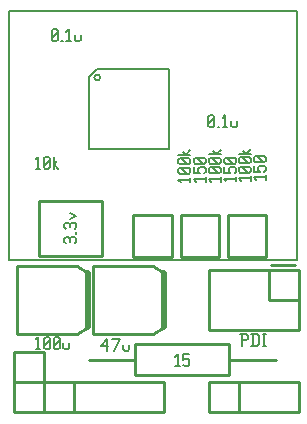
<source format=gbr>
G04 start of page 8 for group -4079 idx -4079 *
G04 Title: (unknown), topsilk *
G04 Creator: pcb 20110918 *
G04 CreationDate: Fri Sep 13 22:17:45 2013 UTC *
G04 For: mokus *
G04 Format: Gerber/RS-274X *
G04 PCB-Dimensions: 100000 140000 *
G04 PCB-Coordinate-Origin: lower left *
%MOIN*%
%FSLAX25Y25*%
%LNTOPSILK*%
%ADD65C,0.0050*%
%ADD64C,0.0200*%
%ADD63C,0.0080*%
%ADD62C,0.0100*%
G54D62*X90046Y52884D02*X97886D01*
X12759Y55616D02*X33459D01*
Y73916D02*Y55616D01*
X12759Y73916D02*X33459D01*
X12759D02*Y55616D01*
G54D63*X32035Y118148D02*X55893D01*
Y91390D01*
X29135D02*X55893D01*
X29135Y115248D02*Y91390D01*
Y115248D02*X32035Y118148D01*
X31035Y115248D02*G75*G03X31035Y115248I1000J0D01*G01*
G54D62*X72614Y69413D02*Y55513D01*
X59814Y69413D02*X72614D01*
X59814D02*Y55513D01*
X72614D01*
X56866Y69413D02*Y55513D01*
X44066Y69413D02*X56866D01*
X44066D02*Y55513D01*
X56866D01*
G54D63*X2459Y137416D02*X98459D01*
Y54416D01*
X2459D02*X98459D01*
X2459Y137416D02*Y54416D01*
G54D64*X29059Y50016D02*Y32216D01*
G54D62*Y50016D02*X25359Y52516D01*
X5259D02*X25359D01*
X5259D02*Y29716D01*
X25359D01*
X29059Y32216D01*
G54D64*X54259Y50016D02*Y32216D01*
G54D62*Y50016D02*X50559Y52516D01*
X30459D02*X50559D01*
X30459D02*Y29716D01*
X50559D01*
X54259Y32216D01*
X14159Y23616D02*Y3616D01*
X4159Y23616D02*X14159D01*
X4159D02*Y3616D01*
X14159D01*
X4159Y13616D02*X14159D01*
X4159D02*Y3616D01*
X14159D02*X54159D01*
Y13616D02*Y3616D01*
X14159Y13616D02*X54159D01*
X14159D02*Y3616D01*
X24159Y13616D02*Y3616D01*
X14159Y13616D02*X24159D01*
X88362Y69413D02*Y55513D01*
X75562Y69413D02*X88362D01*
X75562D02*Y55513D01*
X88362D01*
X69159Y3616D02*X99159D01*
Y13616D02*Y3616D01*
X69159Y13616D02*X99159D01*
X69159D02*Y3616D01*
X79159Y13616D02*Y3616D01*
X69159Y13616D02*X79159D01*
X29159Y21116D02*X44759D01*
X76059D02*X91659D01*
X44759Y26316D02*X76059D01*
Y15916D01*
X44759D02*X76059D01*
X44759Y26316D02*Y15916D01*
X69159Y51116D02*X99159D01*
X69159D02*Y31116D01*
X99159D01*
Y51116D02*Y31116D01*
X89159Y51116D02*Y41116D01*
X99159D01*
G54D65*X21568Y59976D02*X21068Y60476D01*
Y61476D02*Y60476D01*
Y61476D02*X21568Y61976D01*
X25068Y61476D02*X24568Y61976D01*
X25068Y61476D02*Y60476D01*
X24568Y59976D02*X25068Y60476D01*
X22868Y61476D02*Y60476D01*
X21568Y61976D02*X22368D01*
X23368D02*X24568D01*
X23368D02*X22868Y61476D01*
X22368Y61976D02*X22868Y61476D01*
X25068Y63676D02*Y63176D01*
X21568Y64876D02*X21068Y65376D01*
Y66376D02*Y65376D01*
Y66376D02*X21568Y66876D01*
X25068Y66376D02*X24568Y66876D01*
X25068Y66376D02*Y65376D01*
X24568Y64876D02*X25068Y65376D01*
X22868Y66376D02*Y65376D01*
X21568Y66876D02*X22368D01*
X23368D02*X24568D01*
X23368D02*X22868Y66376D01*
X22368Y66876D02*X22868Y66376D01*
X23068Y68076D02*X25068Y69076D01*
X23068Y70076D02*X25068Y69076D01*
X11616Y27933D02*X12416Y28733D01*
Y24733D01*
X11616D02*X13116D01*
X14316Y25233D02*X14816Y24733D01*
X14316Y28233D02*Y25233D01*
Y28233D02*X14816Y28733D01*
X15816D01*
X16316Y28233D01*
Y25233D01*
X15816Y24733D02*X16316Y25233D01*
X14816Y24733D02*X15816D01*
X14316Y25733D02*X16316Y27733D01*
X17516Y25233D02*X18016Y24733D01*
X17516Y28233D02*Y25233D01*
Y28233D02*X18016Y28733D01*
X19016D01*
X19516Y28233D01*
Y25233D01*
X19016Y24733D02*X19516Y25233D01*
X18016Y24733D02*X19016D01*
X17516Y25733D02*X19516Y27733D01*
X20716Y26733D02*Y25233D01*
X21216Y24733D01*
X22216D01*
X22716Y25233D01*
Y26733D02*Y25233D01*
X33269Y25639D02*X35269Y28139D01*
X33269Y25639D02*X35769D01*
X35269Y28139D02*Y24139D01*
X37469D02*X39469Y28139D01*
X36969D02*X39469D01*
X40669Y26139D02*Y24639D01*
X41169Y24139D01*
X42169D01*
X42669Y24639D01*
Y26139D02*Y24639D01*
X16883Y127829D02*X17383Y127329D01*
X16883Y130829D02*Y127829D01*
Y130829D02*X17383Y131329D01*
X18383D01*
X18883Y130829D01*
Y127829D01*
X18383Y127329D02*X18883Y127829D01*
X17383Y127329D02*X18383D01*
X16883Y128329D02*X18883Y130329D01*
X20083Y127329D02*X20583D01*
X21783Y130529D02*X22583Y131329D01*
Y127329D01*
X21783D02*X23283D01*
X24483Y129329D02*Y127829D01*
X24983Y127329D01*
X25983D01*
X26483Y127829D01*
Y129329D02*Y127829D01*
X58059Y22116D02*X58859Y22916D01*
Y18916D01*
X58059D02*X59559D01*
X60759Y22916D02*X62759D01*
X60759D02*Y20916D01*
X61259Y21416D01*
X62259D01*
X62759Y20916D01*
Y19416D01*
X62259Y18916D02*X62759Y19416D01*
X61259Y18916D02*X62259D01*
X60759Y19416D02*X61259Y18916D01*
X69026Y99207D02*X69526Y98707D01*
X69026Y102207D02*Y99207D01*
Y102207D02*X69526Y102707D01*
X70526D01*
X71026Y102207D01*
Y99207D01*
X70526Y98707D02*X71026Y99207D01*
X69526Y98707D02*X70526D01*
X69026Y99707D02*X71026Y101707D01*
X72226Y98707D02*X72726D01*
X73926Y101907D02*X74726Y102707D01*
Y98707D01*
X73926D02*X75426D01*
X76626Y100707D02*Y99207D01*
X77126Y98707D01*
X78126D01*
X78626Y99207D01*
Y100707D02*Y99207D01*
X11568Y88009D02*X12368Y88809D01*
Y84809D01*
X11568D02*X13068D01*
X14268Y85309D02*X14768Y84809D01*
X14268Y88309D02*Y85309D01*
Y88309D02*X14768Y88809D01*
X15768D01*
X16268Y88309D01*
Y85309D01*
X15768Y84809D02*X16268Y85309D01*
X14768Y84809D02*X15768D01*
X14268Y85809D02*X16268Y87809D01*
X17468Y88809D02*Y84809D01*
Y86309D02*X18968Y84809D01*
X17468Y86309D02*X18468Y87309D01*
X59850Y80397D02*X59050Y81197D01*
X63050D01*
Y81897D02*Y80397D01*
X62550Y83097D02*X63050Y83597D01*
X59550Y83097D02*X62550D01*
X59550D02*X59050Y83597D01*
Y84597D02*Y83597D01*
Y84597D02*X59550Y85097D01*
X62550D01*
X63050Y84597D02*X62550Y85097D01*
X63050Y84597D02*Y83597D01*
X62050Y83097D02*X60050Y85097D01*
X62550Y86297D02*X63050Y86797D01*
X59550Y86297D02*X62550D01*
X59550D02*X59050Y86797D01*
Y87797D02*Y86797D01*
Y87797D02*X59550Y88297D01*
X62550D01*
X63050Y87797D02*X62550Y88297D01*
X63050Y87797D02*Y86797D01*
X62050Y86297D02*X60050Y88297D01*
X59050Y89497D02*X63050D01*
X61550D02*X63050Y90997D01*
X61550Y89497D02*X60550Y90497D01*
X65004Y80550D02*X64204Y81350D01*
X68204D01*
Y82050D02*Y80550D01*
X64204Y85250D02*Y83250D01*
X66204D01*
X65704Y83750D01*
Y84750D02*Y83750D01*
Y84750D02*X66204Y85250D01*
X67704D01*
X68204Y84750D02*X67704Y85250D01*
X68204Y84750D02*Y83750D01*
X67704Y83250D02*X68204Y83750D01*
X67704Y86450D02*X68204Y86950D01*
X64704Y86450D02*X67704D01*
X64704D02*X64204Y86950D01*
Y87950D02*Y86950D01*
Y87950D02*X64704Y88450D01*
X67704D01*
X68204Y87950D02*X67704Y88450D01*
X68204Y87950D02*Y86950D01*
X67204Y86450D02*X65204Y88450D01*
X84924Y81132D02*X84124Y81932D01*
X88124D01*
Y82632D02*Y81132D01*
X84124Y85832D02*Y83832D01*
X86124D01*
X85624Y84332D01*
Y85332D02*Y84332D01*
Y85332D02*X86124Y85832D01*
X87624D01*
X88124Y85332D02*X87624Y85832D01*
X88124Y85332D02*Y84332D01*
X87624Y83832D02*X88124Y84332D01*
X87624Y87032D02*X88124Y87532D01*
X84624Y87032D02*X87624D01*
X84624D02*X84124Y87532D01*
Y88532D02*Y87532D01*
Y88532D02*X84624Y89032D01*
X87624D01*
X88124Y88532D02*X87624Y89032D01*
X88124Y88532D02*Y87532D01*
X87124Y87032D02*X85124Y89032D01*
X79982Y80782D02*X79182Y81582D01*
X83182D01*
Y82282D02*Y80782D01*
X82682Y83482D02*X83182Y83982D01*
X79682Y83482D02*X82682D01*
X79682D02*X79182Y83982D01*
Y84982D02*Y83982D01*
Y84982D02*X79682Y85482D01*
X82682D01*
X83182Y84982D02*X82682Y85482D01*
X83182Y84982D02*Y83982D01*
X82182Y83482D02*X80182Y85482D01*
X82682Y86682D02*X83182Y87182D01*
X79682Y86682D02*X82682D01*
X79682D02*X79182Y87182D01*
Y88182D02*Y87182D01*
Y88182D02*X79682Y88682D01*
X82682D01*
X83182Y88182D02*X82682Y88682D01*
X83182Y88182D02*Y87182D01*
X82182Y86682D02*X80182Y88682D01*
X79182Y89882D02*X83182D01*
X81682D02*X83182Y91382D01*
X81682Y89882D02*X80682Y90882D01*
X70083Y80579D02*X69283Y81379D01*
X73283D01*
Y82079D02*Y80579D01*
X72783Y83279D02*X73283Y83779D01*
X69783Y83279D02*X72783D01*
X69783D02*X69283Y83779D01*
Y84779D02*Y83779D01*
Y84779D02*X69783Y85279D01*
X72783D01*
X73283Y84779D02*X72783Y85279D01*
X73283Y84779D02*Y83779D01*
X72283Y83279D02*X70283Y85279D01*
X72783Y86479D02*X73283Y86979D01*
X69783Y86479D02*X72783D01*
X69783D02*X69283Y86979D01*
Y87979D02*Y86979D01*
Y87979D02*X69783Y88479D01*
X72783D01*
X73283Y87979D02*X72783Y88479D01*
X73283Y87979D02*Y86979D01*
X72283Y86479D02*X70283Y88479D01*
X69283Y89679D02*X73283D01*
X71783D02*X73283Y91179D01*
X71783Y89679D02*X70783Y90679D01*
X75084Y80621D02*X74284Y81421D01*
X78284D01*
Y82121D02*Y80621D01*
X74284Y85321D02*Y83321D01*
X76284D01*
X75784Y83821D01*
Y84821D02*Y83821D01*
Y84821D02*X76284Y85321D01*
X77784D01*
X78284Y84821D02*X77784Y85321D01*
X78284Y84821D02*Y83821D01*
X77784Y83321D02*X78284Y83821D01*
X77784Y86521D02*X78284Y87021D01*
X74784Y86521D02*X77784D01*
X74784D02*X74284Y87021D01*
Y88021D02*Y87021D01*
Y88021D02*X74784Y88521D01*
X77784D01*
X78284Y88021D02*X77784Y88521D01*
X78284Y88021D02*Y87021D01*
X77284Y86521D02*X75284Y88521D01*
X80226Y29683D02*Y25683D01*
X79726Y29683D02*X81726D01*
X82226Y29183D01*
Y28183D01*
X81726Y27683D02*X82226Y28183D01*
X80226Y27683D02*X81726D01*
X83926Y29683D02*Y25683D01*
X85226Y29683D02*X85926Y28983D01*
Y26383D01*
X85226Y25683D02*X85926Y26383D01*
X83426Y25683D02*X85226D01*
X83426Y29683D02*X85226D01*
X87126D02*X88126D01*
X87626D02*Y25683D01*
X87126D02*X88126D01*
M02*

</source>
